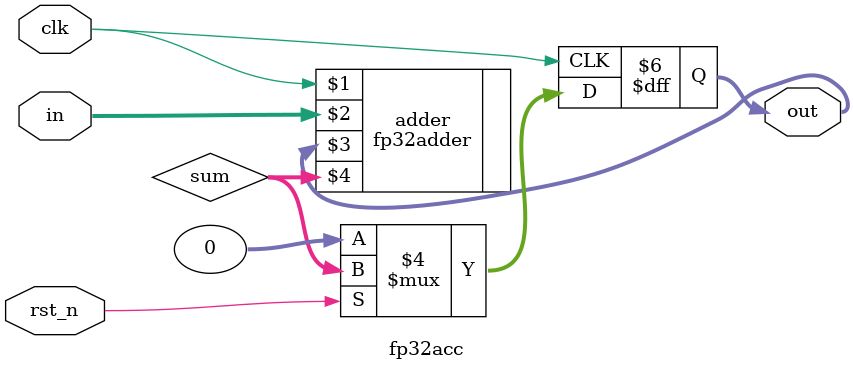
<source format=v>
`timescale 1ns / 1ps


module fp32acc(
    input clk,
	input rst_n,
    input [31:0] in,
	output reg [31:0] out
);
    wire [31:0] sum;

   // fp ACC 	 
   fp32adder adder(clk,in,out,sum);
   
   always @ (posedge clk)
     begin
     if (~rst_n) begin             
           out <= 0;         
     end else begin                         
           out <= sum;    
     end  
   end       

endmodule



</source>
